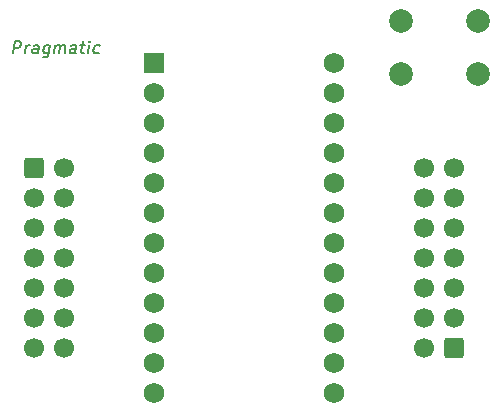
<source format=gts>
%TF.GenerationSoftware,KiCad,Pcbnew,(6.0.1-0)*%
%TF.CreationDate,2022-02-06T14:25:27+08:00*%
%TF.ProjectId,Pragmatic,50726167-6d61-4746-9963-2e6b69636164,V2*%
%TF.SameCoordinates,Original*%
%TF.FileFunction,Soldermask,Top*%
%TF.FilePolarity,Negative*%
%FSLAX46Y46*%
G04 Gerber Fmt 4.6, Leading zero omitted, Abs format (unit mm)*
G04 Created by KiCad (PCBNEW (6.0.1-0)) date 2022-02-06 14:25:27*
%MOMM*%
%LPD*%
G01*
G04 APERTURE LIST*
G04 Aperture macros list*
%AMRoundRect*
0 Rectangle with rounded corners*
0 $1 Rounding radius*
0 $2 $3 $4 $5 $6 $7 $8 $9 X,Y pos of 4 corners*
0 Add a 4 corners polygon primitive as box body*
4,1,4,$2,$3,$4,$5,$6,$7,$8,$9,$2,$3,0*
0 Add four circle primitives for the rounded corners*
1,1,$1+$1,$2,$3*
1,1,$1+$1,$4,$5*
1,1,$1+$1,$6,$7*
1,1,$1+$1,$8,$9*
0 Add four rect primitives between the rounded corners*
20,1,$1+$1,$2,$3,$4,$5,0*
20,1,$1+$1,$4,$5,$6,$7,0*
20,1,$1+$1,$6,$7,$8,$9,0*
20,1,$1+$1,$8,$9,$2,$3,0*%
G04 Aperture macros list end*
%ADD10C,0.203200*%
%ADD11RoundRect,0.250000X-0.600000X-0.600000X0.600000X-0.600000X0.600000X0.600000X-0.600000X0.600000X0*%
%ADD12C,1.700000*%
%ADD13RoundRect,0.250000X0.600000X0.600000X-0.600000X0.600000X-0.600000X-0.600000X0.600000X-0.600000X0*%
%ADD14C,2.000000*%
%ADD15R,1.752600X1.752600*%
%ADD16C,1.752600*%
G04 APERTURE END LIST*
D10*
X120124431Y-48719619D02*
X120251431Y-47703619D01*
X120638479Y-47703619D01*
X120729193Y-47752000D01*
X120771526Y-47800380D01*
X120807812Y-47897142D01*
X120789669Y-48042285D01*
X120729193Y-48139047D01*
X120674765Y-48187428D01*
X120571955Y-48235809D01*
X120184907Y-48235809D01*
X121140431Y-48719619D02*
X121225098Y-48042285D01*
X121200907Y-48235809D02*
X121261384Y-48139047D01*
X121315812Y-48090666D01*
X121418622Y-48042285D01*
X121515384Y-48042285D01*
X122204812Y-48719619D02*
X122271336Y-48187428D01*
X122235050Y-48090666D01*
X122144336Y-48042285D01*
X121950812Y-48042285D01*
X121848003Y-48090666D01*
X122210860Y-48671238D02*
X122108050Y-48719619D01*
X121866145Y-48719619D01*
X121775431Y-48671238D01*
X121739145Y-48574476D01*
X121751241Y-48477714D01*
X121811717Y-48380952D01*
X121914526Y-48332571D01*
X122156431Y-48332571D01*
X122259241Y-48284190D01*
X123208717Y-48042285D02*
X123105907Y-48864761D01*
X123045431Y-48961523D01*
X122991003Y-49009904D01*
X122888193Y-49058285D01*
X122743050Y-49058285D01*
X122652336Y-49009904D01*
X123130098Y-48671238D02*
X123027288Y-48719619D01*
X122833765Y-48719619D01*
X122743050Y-48671238D01*
X122700717Y-48622857D01*
X122664431Y-48526095D01*
X122700717Y-48235809D01*
X122761193Y-48139047D01*
X122815622Y-48090666D01*
X122918431Y-48042285D01*
X123111955Y-48042285D01*
X123202669Y-48090666D01*
X123607860Y-48719619D02*
X123692526Y-48042285D01*
X123680431Y-48139047D02*
X123734860Y-48090666D01*
X123837669Y-48042285D01*
X123982812Y-48042285D01*
X124073526Y-48090666D01*
X124109812Y-48187428D01*
X124043288Y-48719619D01*
X124109812Y-48187428D02*
X124170288Y-48090666D01*
X124273098Y-48042285D01*
X124418241Y-48042285D01*
X124508955Y-48090666D01*
X124545241Y-48187428D01*
X124478717Y-48719619D01*
X125397955Y-48719619D02*
X125464479Y-48187428D01*
X125428193Y-48090666D01*
X125337479Y-48042285D01*
X125143955Y-48042285D01*
X125041145Y-48090666D01*
X125404003Y-48671238D02*
X125301193Y-48719619D01*
X125059288Y-48719619D01*
X124968574Y-48671238D01*
X124932288Y-48574476D01*
X124944384Y-48477714D01*
X125004860Y-48380952D01*
X125107669Y-48332571D01*
X125349574Y-48332571D01*
X125452384Y-48284190D01*
X125821288Y-48042285D02*
X126208336Y-48042285D01*
X126008765Y-47703619D02*
X125899907Y-48574476D01*
X125936193Y-48671238D01*
X126026907Y-48719619D01*
X126123669Y-48719619D01*
X126462336Y-48719619D02*
X126547003Y-48042285D01*
X126589336Y-47703619D02*
X126534907Y-47752000D01*
X126577241Y-47800380D01*
X126631669Y-47752000D01*
X126589336Y-47703619D01*
X126577241Y-47800380D01*
X127387622Y-48671238D02*
X127284812Y-48719619D01*
X127091288Y-48719619D01*
X127000574Y-48671238D01*
X126958241Y-48622857D01*
X126921955Y-48526095D01*
X126958241Y-48235809D01*
X127018717Y-48139047D01*
X127073145Y-48090666D01*
X127175955Y-48042285D01*
X127369479Y-48042285D01*
X127460193Y-48090666D01*
D11*
%TO.C,J1*%
X121920000Y-58420000D03*
D12*
X124460000Y-58420000D03*
X121920000Y-60960000D03*
X124460000Y-60960000D03*
X121920000Y-63500000D03*
X124460000Y-63500000D03*
X121920000Y-66040000D03*
X124460000Y-66040000D03*
X121920000Y-68580000D03*
X124460000Y-68580000D03*
X121920000Y-71120000D03*
X124460000Y-71120000D03*
X121920000Y-73660000D03*
X124460000Y-73660000D03*
%TD*%
D13*
%TO.C,J2*%
X157480000Y-73660000D03*
D12*
X154940000Y-73660000D03*
X157480000Y-71120000D03*
X154940000Y-71120000D03*
X157480000Y-68580000D03*
X154940000Y-68580000D03*
X157480000Y-66040000D03*
X154940000Y-66040000D03*
X157480000Y-63500000D03*
X154940000Y-63500000D03*
X157480000Y-60960000D03*
X154940000Y-60960000D03*
X157480000Y-58420000D03*
X154940000Y-58420000D03*
%TD*%
D14*
%TO.C,SW1*%
X159460000Y-50510000D03*
X159460000Y-46010000D03*
X152960000Y-50510000D03*
X152960000Y-46010000D03*
%TD*%
D15*
%TO.C,U1*%
X132080000Y-49530000D03*
D16*
X132080000Y-52070000D03*
X132080000Y-54610000D03*
X132080000Y-57150000D03*
X132080000Y-59690000D03*
X132080000Y-62230000D03*
X132080000Y-64770000D03*
X132080000Y-67310000D03*
X132080000Y-69850000D03*
X132080000Y-72390000D03*
X132080000Y-74930000D03*
X132080000Y-77470000D03*
X147320000Y-77470000D03*
X147320000Y-74930000D03*
X147320000Y-72390000D03*
X147320000Y-69850000D03*
X147320000Y-67310000D03*
X147320000Y-64770000D03*
X147320000Y-62230000D03*
X147320000Y-59690000D03*
X147320000Y-57150000D03*
X147320000Y-54610000D03*
X147320000Y-52070000D03*
X147320000Y-49530000D03*
%TD*%
M02*

</source>
